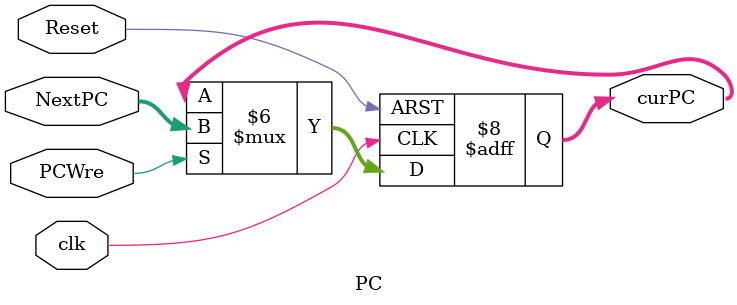
<source format=v>
`timescale 1ns / 1ps


module PC(Reset,clk,PCWre,NextPC,curPC);
    input Reset;
    input clk;
    input PCWre;
    input [31:0] NextPC;
    output reg [31:0] curPC;
    
    initial begin 
        curPC <= 0;
    end
    always@ (posedge clk or negedge Reset) begin
    if (Reset == 0)
        curPC <= 0;
    else begin
        if (PCWre == 1)
            curPC <= NextPC;
        else
            curPC <= curPC;
        end
    end
endmodule

</source>
